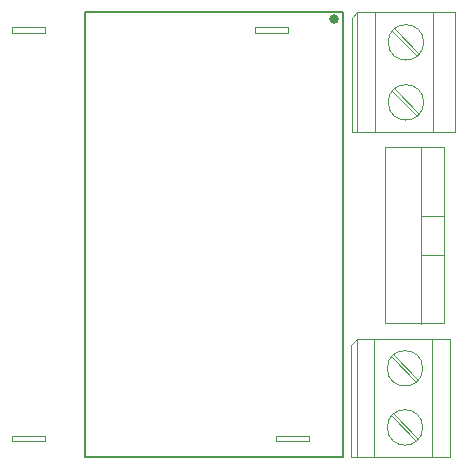
<source format=gbr>
G04 #@! TF.GenerationSoftware,KiCad,Pcbnew,6.0.5-a6ca702e91~116~ubuntu20.04.1*
G04 #@! TF.CreationDate,2022-06-20T16:09:37+05:30*
G04 #@! TF.ProjectId,BackEnd_HeavyDevice_v6,4261636b-456e-4645-9f48-656176794465,rev?*
G04 #@! TF.SameCoordinates,Original*
G04 #@! TF.FileFunction,AssemblyDrawing,Top*
%FSLAX46Y46*%
G04 Gerber Fmt 4.6, Leading zero omitted, Abs format (unit mm)*
G04 Created by KiCad (PCBNEW 6.0.5-a6ca702e91~116~ubuntu20.04.1) date 2022-06-20 16:09:37*
%MOMM*%
%LPD*%
G01*
G04 APERTURE LIST*
%ADD10C,0.100000*%
%ADD11C,0.127000*%
%ADD12C,0.400000*%
G04 APERTURE END LIST*
D10*
X144825000Y-123660000D02*
X149825000Y-123660000D01*
X149825000Y-114550000D02*
X147825000Y-114550000D01*
X149825000Y-117850000D02*
X147825000Y-117850000D01*
X147825000Y-108718000D02*
X147825000Y-123704000D01*
X149825000Y-123660000D02*
X149825000Y-108740000D01*
X144825000Y-108740000D02*
X144825000Y-123660000D01*
X149825000Y-108740000D02*
X144825000Y-108740000D01*
D11*
X119429000Y-134973000D02*
X119429000Y-97293000D01*
X119429000Y-97293000D02*
X141257000Y-97293000D01*
X141241000Y-134973000D02*
X119429000Y-134973000D01*
X141257000Y-97293000D02*
X141241000Y-134973000D01*
D12*
X140695000Y-97889000D02*
G75*
G03*
X140695000Y-97889000I-200000J0D01*
G01*
D10*
X150307000Y-124960000D02*
X150307000Y-134960000D01*
X141897000Y-134960000D02*
X141897000Y-125460000D01*
X148797000Y-124960000D02*
X148797000Y-134960000D01*
X142397000Y-124960000D02*
X142397000Y-134960000D01*
X141897000Y-125460000D02*
X142397000Y-124960000D01*
X147635000Y-133415000D02*
X145542000Y-131323000D01*
X150307000Y-134960000D02*
X141897000Y-134960000D01*
X147635000Y-128415000D02*
X145542000Y-126322000D01*
X147452000Y-133598000D02*
X145359000Y-131506000D01*
X147452000Y-128598000D02*
X145359000Y-126505000D01*
X142397000Y-124960000D02*
X150307000Y-124960000D01*
X143897000Y-124960000D02*
X143897000Y-134960000D01*
X147997000Y-127460000D02*
G75*
G03*
X147997000Y-127460000I-1500000J0D01*
G01*
X147997000Y-132460000D02*
G75*
G03*
X147997000Y-132460000I-1500000J0D01*
G01*
X148876000Y-97320100D02*
X148876000Y-107480100D01*
X150760000Y-97320100D02*
X150760000Y-107480100D01*
X150760000Y-107480100D02*
X141976000Y-107480100D01*
X142476000Y-97320100D02*
X150760000Y-97320100D01*
X142476000Y-97320100D02*
X142476000Y-107480100D01*
X141976000Y-107480100D02*
X141976000Y-97820100D01*
X143976000Y-97320100D02*
X143976000Y-107480100D01*
X147714000Y-100815100D02*
X145621000Y-98722100D01*
X141976000Y-97820100D02*
X142476000Y-97320100D01*
X147531000Y-106078100D02*
X145438000Y-103986100D01*
X147531000Y-100998100D02*
X145438000Y-98905100D01*
X147714000Y-105895100D02*
X145621000Y-103803100D01*
X148076000Y-104940100D02*
G75*
G03*
X148076000Y-104940100I-1500000J0D01*
G01*
X148076000Y-99860100D02*
G75*
G03*
X148076000Y-99860100I-1500000J0D01*
G01*
X138400000Y-133650000D02*
X135600000Y-133650000D01*
X138400000Y-133150000D02*
X138400000Y-133650000D01*
X135600000Y-133150000D02*
X138400000Y-133150000D01*
X135600000Y-133650000D02*
X135600000Y-133150000D01*
X113200000Y-133150000D02*
X116000000Y-133150000D01*
X113200000Y-133650000D02*
X113200000Y-133150000D01*
X116000000Y-133150000D02*
X116000000Y-133650000D01*
X116000000Y-133650000D02*
X113200000Y-133650000D01*
X136600000Y-98550000D02*
X136600000Y-99050000D01*
X133800000Y-99050000D02*
X133800000Y-98550000D01*
X133800000Y-98550000D02*
X136600000Y-98550000D01*
X136600000Y-99050000D02*
X133800000Y-99050000D01*
X116000000Y-99050000D02*
X113200000Y-99050000D01*
X113200000Y-99050000D02*
X113200000Y-98550000D01*
X113200000Y-98550000D02*
X116000000Y-98550000D01*
X116000000Y-98550000D02*
X116000000Y-99050000D01*
M02*

</source>
